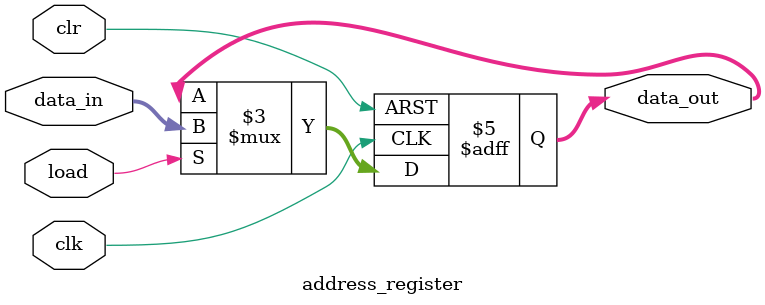
<source format=v>
module address_register(
    data_out,
    data_in,
    load,
    clk,
    clr
);

parameter DATAWIDTH = 8;
output reg [DATAWIDTH - 1:0] data_out;
input [DATAWIDTH - 1:0] data_in;
input load, clk, clr;

// Clear is an active low signal

always @ (posedge clk or negedge clr)
begin
    if(!clr)
        data_out <= 0;
    else if (load) begin
        data_out <= data_in;
    end
end
    
endmodule
</source>
